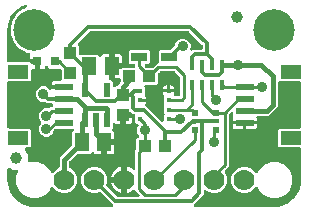
<source format=gbr>
G04 EAGLE Gerber RS-274X export*
G75*
%MOMM*%
%FSLAX34Y34*%
%LPD*%
%INTop Copper*%
%IPPOS*%
%AMOC8*
5,1,8,0,0,1.08239X$1,22.5*%
G01*
%ADD10R,1.240000X1.500000*%
%ADD11R,0.550000X1.200000*%
%ADD12R,1.000000X1.075000*%
%ADD13R,0.450000X0.900000*%
%ADD14R,0.500000X0.500000*%
%ADD15R,0.500000X0.400000*%
%ADD16C,3.516000*%
%ADD17R,1.550000X0.600000*%
%ADD18R,1.800000X1.200000*%
%ADD19C,1.000000*%
%ADD20R,0.800000X0.800000*%
%ADD21R,1.075000X1.000000*%
%ADD22R,1.350000X0.800000*%
%ADD23C,1.778000*%
%ADD24R,0.400000X0.400000*%
%ADD25C,0.406400*%
%ADD26C,0.889000*%
%ADD27C,0.304800*%
%ADD28C,0.254000*%

G36*
X228622Y2543D02*
X228622Y2543D01*
X228700Y2545D01*
X232077Y2810D01*
X232145Y2824D01*
X232214Y2829D01*
X232370Y2869D01*
X238794Y4956D01*
X238901Y5006D01*
X239012Y5050D01*
X239063Y5083D01*
X239082Y5091D01*
X239097Y5104D01*
X239148Y5136D01*
X244612Y9107D01*
X244699Y9188D01*
X244746Y9227D01*
X244752Y9231D01*
X244753Y9232D01*
X244791Y9264D01*
X244829Y9310D01*
X244844Y9324D01*
X244855Y9342D01*
X244893Y9388D01*
X248864Y14852D01*
X248921Y14956D01*
X248985Y15056D01*
X249007Y15113D01*
X249017Y15131D01*
X249022Y15151D01*
X249044Y15206D01*
X251131Y21630D01*
X251144Y21698D01*
X251167Y21764D01*
X251190Y21923D01*
X251455Y25300D01*
X251455Y25304D01*
X251456Y25307D01*
X251455Y25326D01*
X251459Y25400D01*
X251459Y51598D01*
X251444Y51716D01*
X251437Y51835D01*
X251424Y51873D01*
X251419Y51914D01*
X251376Y52024D01*
X251339Y52137D01*
X251317Y52172D01*
X251302Y52209D01*
X251233Y52305D01*
X251169Y52406D01*
X251139Y52434D01*
X251116Y52467D01*
X251024Y52543D01*
X250937Y52624D01*
X250902Y52644D01*
X250871Y52669D01*
X250763Y52720D01*
X250659Y52778D01*
X250619Y52788D01*
X250583Y52805D01*
X250466Y52827D01*
X250351Y52857D01*
X250291Y52861D01*
X250271Y52865D01*
X250250Y52863D01*
X250190Y52867D01*
X232618Y52867D01*
X231427Y54058D01*
X231427Y67742D01*
X232618Y68933D01*
X250190Y68933D01*
X250308Y68948D01*
X250427Y68955D01*
X250465Y68968D01*
X250506Y68973D01*
X250616Y69016D01*
X250729Y69053D01*
X250764Y69075D01*
X250801Y69090D01*
X250897Y69159D01*
X250998Y69223D01*
X251026Y69253D01*
X251059Y69276D01*
X251135Y69368D01*
X251216Y69455D01*
X251236Y69490D01*
X251261Y69521D01*
X251312Y69629D01*
X251370Y69733D01*
X251380Y69773D01*
X251397Y69809D01*
X251419Y69926D01*
X251449Y70041D01*
X251453Y70101D01*
X251457Y70121D01*
X251455Y70142D01*
X251459Y70202D01*
X251459Y107598D01*
X251444Y107716D01*
X251437Y107835D01*
X251424Y107873D01*
X251419Y107914D01*
X251376Y108024D01*
X251339Y108137D01*
X251317Y108172D01*
X251302Y108209D01*
X251233Y108305D01*
X251169Y108406D01*
X251139Y108434D01*
X251116Y108467D01*
X251024Y108543D01*
X250937Y108624D01*
X250902Y108644D01*
X250871Y108669D01*
X250763Y108720D01*
X250659Y108778D01*
X250619Y108788D01*
X250583Y108805D01*
X250466Y108827D01*
X250351Y108857D01*
X250291Y108861D01*
X250271Y108865D01*
X250250Y108863D01*
X250190Y108867D01*
X232664Y108867D01*
X232546Y108852D01*
X232427Y108845D01*
X232389Y108832D01*
X232348Y108827D01*
X232238Y108784D01*
X232125Y108747D01*
X232090Y108725D01*
X232053Y108710D01*
X231957Y108641D01*
X231856Y108577D01*
X231828Y108547D01*
X231795Y108524D01*
X231719Y108432D01*
X231638Y108345D01*
X231618Y108310D01*
X231593Y108279D01*
X231542Y108171D01*
X231484Y108067D01*
X231474Y108027D01*
X231457Y107991D01*
X231435Y107874D01*
X231405Y107759D01*
X231401Y107699D01*
X231397Y107679D01*
X231399Y107658D01*
X231395Y107598D01*
X231395Y87216D01*
X228642Y84464D01*
X226766Y82588D01*
X224014Y79835D01*
X214647Y79835D01*
X214516Y79819D01*
X214384Y79808D01*
X214359Y79799D01*
X214332Y79795D01*
X214209Y79747D01*
X214084Y79703D01*
X214061Y79688D01*
X214036Y79678D01*
X213929Y79601D01*
X213819Y79527D01*
X213801Y79507D01*
X213779Y79492D01*
X213694Y79389D01*
X213606Y79291D01*
X213593Y79267D01*
X213576Y79247D01*
X213520Y79127D01*
X213458Y79009D01*
X213452Y78983D01*
X213441Y78959D01*
X213416Y78829D01*
X213385Y78700D01*
X213386Y78673D01*
X213381Y78647D01*
X213389Y78515D01*
X213392Y78382D01*
X213399Y78356D01*
X213401Y78329D01*
X213441Y78203D01*
X213477Y78076D01*
X213494Y78041D01*
X213499Y78027D01*
X213510Y78008D01*
X213548Y77931D01*
X213578Y77881D01*
X213751Y77234D01*
X213751Y75399D01*
X203690Y75399D01*
X203572Y75384D01*
X203453Y75377D01*
X203446Y75375D01*
X203390Y75389D01*
X203330Y75393D01*
X203310Y75397D01*
X203290Y75395D01*
X203230Y75399D01*
X193169Y75399D01*
X193169Y77234D01*
X193342Y77881D01*
X193718Y78531D01*
X193730Y78545D01*
X193749Y78581D01*
X193773Y78612D01*
X193821Y78722D01*
X193875Y78828D01*
X193884Y78867D01*
X193900Y78904D01*
X193918Y79022D01*
X193945Y79139D01*
X193943Y79178D01*
X193950Y79218D01*
X193939Y79337D01*
X193935Y79457D01*
X193924Y79495D01*
X193920Y79535D01*
X193880Y79647D01*
X193847Y79762D01*
X193826Y79796D01*
X193813Y79834D01*
X193746Y79933D01*
X193685Y80036D01*
X193677Y80045D01*
X193677Y81802D01*
X193660Y81940D01*
X193647Y82079D01*
X193640Y82098D01*
X193637Y82118D01*
X193586Y82247D01*
X193539Y82378D01*
X193528Y82395D01*
X193520Y82413D01*
X193439Y82526D01*
X193361Y82641D01*
X193345Y82654D01*
X193334Y82671D01*
X193226Y82760D01*
X193122Y82852D01*
X193104Y82861D01*
X193089Y82874D01*
X192963Y82933D01*
X192839Y82996D01*
X192819Y83001D01*
X192801Y83009D01*
X192664Y83035D01*
X192529Y83066D01*
X192508Y83065D01*
X192489Y83069D01*
X192350Y83060D01*
X192211Y83056D01*
X192191Y83050D01*
X192171Y83049D01*
X192039Y83006D01*
X191905Y82968D01*
X191888Y82957D01*
X191869Y82951D01*
X191751Y82877D01*
X191631Y82806D01*
X191610Y82788D01*
X191600Y82781D01*
X191586Y82766D01*
X191511Y82700D01*
X190364Y81554D01*
X190304Y81476D01*
X190236Y81403D01*
X190207Y81350D01*
X190170Y81302D01*
X190130Y81212D01*
X190082Y81125D01*
X190067Y81066D01*
X190043Y81011D01*
X190028Y80913D01*
X190003Y80817D01*
X189997Y80717D01*
X189993Y80696D01*
X189995Y80684D01*
X189993Y80656D01*
X189993Y36732D01*
X187686Y34426D01*
X187686Y34425D01*
X186851Y33591D01*
X186779Y33497D01*
X186700Y33407D01*
X186681Y33371D01*
X186656Y33339D01*
X186609Y33230D01*
X186555Y33124D01*
X186546Y33085D01*
X186530Y33048D01*
X186511Y32930D01*
X186485Y32814D01*
X186487Y32773D01*
X186480Y32733D01*
X186491Y32615D01*
X186495Y32496D01*
X186506Y32457D01*
X186510Y32417D01*
X186550Y32305D01*
X186583Y32190D01*
X186604Y32155D01*
X186618Y32118D01*
X186684Y32019D01*
X186745Y31916D01*
X186785Y31871D01*
X186796Y31854D01*
X186812Y31841D01*
X186851Y31796D01*
X187060Y31587D01*
X188723Y27573D01*
X188723Y23227D01*
X187060Y19213D01*
X183987Y16140D01*
X179973Y14477D01*
X175627Y14477D01*
X171613Y16140D01*
X170823Y16929D01*
X170714Y17014D01*
X170607Y17103D01*
X170588Y17112D01*
X170572Y17124D01*
X170445Y17180D01*
X170319Y17239D01*
X170299Y17243D01*
X170280Y17251D01*
X170142Y17273D01*
X170006Y17299D01*
X169986Y17297D01*
X169966Y17301D01*
X169827Y17288D01*
X169689Y17279D01*
X169670Y17273D01*
X169650Y17271D01*
X169518Y17224D01*
X169387Y17181D01*
X169369Y17170D01*
X169350Y17163D01*
X169235Y17085D01*
X169118Y17011D01*
X169104Y16996D01*
X169087Y16985D01*
X168995Y16881D01*
X168900Y16779D01*
X168890Y16761D01*
X168877Y16746D01*
X168814Y16622D01*
X168746Y16501D01*
X168741Y16481D01*
X168732Y16463D01*
X168702Y16327D01*
X168667Y16193D01*
X168665Y16165D01*
X168662Y16153D01*
X168663Y16132D01*
X168657Y16032D01*
X168657Y12497D01*
X160867Y4707D01*
X160782Y4598D01*
X160694Y4491D01*
X160685Y4472D01*
X160672Y4456D01*
X160617Y4328D01*
X160558Y4203D01*
X160554Y4183D01*
X160546Y4164D01*
X160524Y4026D01*
X160498Y3890D01*
X160499Y3870D01*
X160496Y3850D01*
X160509Y3711D01*
X160518Y3573D01*
X160524Y3554D01*
X160526Y3534D01*
X160573Y3402D01*
X160616Y3271D01*
X160627Y3253D01*
X160634Y3234D01*
X160712Y3119D01*
X160786Y3002D01*
X160801Y2988D01*
X160812Y2971D01*
X160917Y2879D01*
X161018Y2784D01*
X161035Y2774D01*
X161051Y2761D01*
X161175Y2697D01*
X161296Y2630D01*
X161316Y2625D01*
X161334Y2616D01*
X161470Y2586D01*
X161604Y2551D01*
X161632Y2549D01*
X161644Y2546D01*
X161665Y2547D01*
X161765Y2541D01*
X228600Y2541D01*
X228622Y2543D01*
G37*
G36*
X91103Y2558D02*
X91103Y2558D01*
X91241Y2571D01*
X91261Y2578D01*
X91281Y2581D01*
X91410Y2632D01*
X91541Y2679D01*
X91558Y2690D01*
X91576Y2698D01*
X91689Y2779D01*
X91804Y2857D01*
X91817Y2873D01*
X91834Y2884D01*
X91922Y2992D01*
X92014Y3096D01*
X92024Y3114D01*
X92036Y3129D01*
X92096Y3255D01*
X92159Y3379D01*
X92163Y3399D01*
X92172Y3417D01*
X92198Y3554D01*
X92229Y3689D01*
X92228Y3710D01*
X92232Y3729D01*
X92223Y3868D01*
X92219Y4007D01*
X92213Y4027D01*
X92212Y4047D01*
X92169Y4179D01*
X92131Y4313D01*
X92120Y4330D01*
X92114Y4349D01*
X92039Y4467D01*
X91969Y4587D01*
X91950Y4608D01*
X91944Y4618D01*
X91929Y4632D01*
X91863Y4707D01*
X90052Y6519D01*
X81603Y14967D01*
X81579Y14985D01*
X81560Y15008D01*
X81454Y15082D01*
X81352Y15162D01*
X81324Y15174D01*
X81300Y15191D01*
X81179Y15237D01*
X81060Y15288D01*
X81031Y15293D01*
X81003Y15304D01*
X80874Y15318D01*
X80746Y15338D01*
X80716Y15336D01*
X80687Y15339D01*
X80558Y15321D01*
X80429Y15309D01*
X80401Y15299D01*
X80372Y15294D01*
X80220Y15242D01*
X78373Y14477D01*
X74027Y14477D01*
X70013Y16140D01*
X66940Y19213D01*
X65277Y23227D01*
X65277Y27573D01*
X66940Y31587D01*
X70013Y34660D01*
X74027Y36323D01*
X78373Y36323D01*
X82387Y34660D01*
X85460Y31587D01*
X87123Y27573D01*
X87123Y23227D01*
X86358Y21380D01*
X86350Y21352D01*
X86336Y21326D01*
X86308Y21199D01*
X86274Y21074D01*
X86273Y21044D01*
X86267Y21015D01*
X86271Y20886D01*
X86269Y20756D01*
X86276Y20727D01*
X86276Y20697D01*
X86313Y20573D01*
X86343Y20446D01*
X86357Y20420D01*
X86365Y20392D01*
X86431Y20280D01*
X86492Y20165D01*
X86511Y20143D01*
X86526Y20118D01*
X86633Y19997D01*
X95081Y11548D01*
X95160Y11488D01*
X95232Y11420D01*
X95285Y11391D01*
X95333Y11354D01*
X95424Y11314D01*
X95510Y11266D01*
X95569Y11251D01*
X95625Y11227D01*
X95723Y11212D01*
X95818Y11187D01*
X95918Y11181D01*
X95939Y11177D01*
X95951Y11179D01*
X95979Y11177D01*
X113168Y11177D01*
X113306Y11194D01*
X113445Y11207D01*
X113464Y11214D01*
X113484Y11217D01*
X113613Y11268D01*
X113744Y11315D01*
X113761Y11326D01*
X113779Y11334D01*
X113892Y11415D01*
X114007Y11493D01*
X114020Y11509D01*
X114037Y11520D01*
X114126Y11628D01*
X114218Y11732D01*
X114227Y11750D01*
X114240Y11765D01*
X114299Y11891D01*
X114362Y12015D01*
X114367Y12035D01*
X114375Y12053D01*
X114401Y12189D01*
X114432Y12325D01*
X114431Y12346D01*
X114435Y12365D01*
X114426Y12504D01*
X114422Y12643D01*
X114416Y12663D01*
X114415Y12683D01*
X114372Y12815D01*
X114334Y12949D01*
X114323Y12966D01*
X114317Y12985D01*
X114243Y13103D01*
X114172Y13223D01*
X114154Y13244D01*
X114147Y13254D01*
X114132Y13268D01*
X114066Y13343D01*
X113304Y14106D01*
X110785Y16624D01*
X110690Y16698D01*
X110600Y16777D01*
X110565Y16795D01*
X110534Y16819D01*
X110424Y16867D01*
X110317Y16921D01*
X110278Y16930D01*
X110242Y16946D01*
X110123Y16964D01*
X110007Y16991D01*
X109967Y16989D01*
X109928Y16996D01*
X109808Y16984D01*
X109689Y16981D01*
X109651Y16969D01*
X109611Y16966D01*
X109498Y16925D01*
X109383Y16892D01*
X109349Y16872D01*
X109312Y16858D01*
X109266Y16827D01*
X109263Y16826D01*
X109143Y16749D01*
X109110Y16730D01*
X109090Y16713D01*
X107591Y15623D01*
X105988Y14807D01*
X104277Y14251D01*
X104099Y14223D01*
X104099Y24170D01*
X104084Y24288D01*
X104077Y24407D01*
X104064Y24445D01*
X104059Y24485D01*
X104016Y24596D01*
X103979Y24709D01*
X103957Y24743D01*
X103942Y24781D01*
X103873Y24877D01*
X103809Y24978D01*
X103779Y25006D01*
X103756Y25038D01*
X103664Y25114D01*
X103577Y25196D01*
X103542Y25215D01*
X103511Y25241D01*
X103403Y25292D01*
X103299Y25349D01*
X103259Y25359D01*
X103223Y25377D01*
X103116Y25397D01*
X103146Y25401D01*
X103256Y25445D01*
X103369Y25481D01*
X103404Y25503D01*
X103441Y25518D01*
X103537Y25588D01*
X103638Y25651D01*
X103666Y25681D01*
X103699Y25705D01*
X103775Y25796D01*
X103856Y25883D01*
X103876Y25918D01*
X103901Y25950D01*
X103952Y26057D01*
X104010Y26162D01*
X104020Y26201D01*
X104037Y26237D01*
X104059Y26354D01*
X104089Y26470D01*
X104093Y26530D01*
X104097Y26550D01*
X104095Y26570D01*
X104097Y26576D01*
X104096Y26583D01*
X104099Y26630D01*
X104099Y36577D01*
X104277Y36549D01*
X105988Y35993D01*
X107591Y35176D01*
X108501Y34515D01*
X108982Y34166D01*
X109017Y34147D01*
X109047Y34121D01*
X109156Y34070D01*
X109261Y34013D01*
X109299Y34003D01*
X109335Y33986D01*
X109452Y33963D01*
X109569Y33933D01*
X109609Y33933D01*
X109648Y33926D01*
X109767Y33933D01*
X109887Y33933D01*
X109925Y33943D01*
X109965Y33946D01*
X110079Y33983D01*
X110195Y34012D01*
X110230Y34031D01*
X110267Y34044D01*
X110369Y34108D01*
X110473Y34165D01*
X110502Y34193D01*
X110536Y34214D01*
X110618Y34301D01*
X110705Y34383D01*
X110727Y34417D01*
X110754Y34446D01*
X110812Y34550D01*
X110876Y34651D01*
X110888Y34689D01*
X110908Y34724D01*
X110937Y34840D01*
X110975Y34954D01*
X110977Y34993D01*
X110987Y35032D01*
X110997Y35193D01*
X110997Y50762D01*
X111228Y50993D01*
X111289Y51072D01*
X111357Y51144D01*
X111386Y51197D01*
X111423Y51245D01*
X111463Y51335D01*
X111511Y51422D01*
X111526Y51481D01*
X111550Y51536D01*
X111565Y51634D01*
X111590Y51730D01*
X111596Y51830D01*
X111600Y51850D01*
X111598Y51863D01*
X111600Y51891D01*
X111600Y59944D01*
X112791Y61135D01*
X112949Y61135D01*
X113087Y61152D01*
X113226Y61165D01*
X113245Y61172D01*
X113265Y61175D01*
X113394Y61226D01*
X113525Y61273D01*
X113542Y61284D01*
X113560Y61292D01*
X113673Y61373D01*
X113788Y61451D01*
X113801Y61467D01*
X113818Y61478D01*
X113907Y61586D01*
X113998Y61690D01*
X114008Y61708D01*
X114021Y61723D01*
X114080Y61849D01*
X114143Y61973D01*
X114147Y61993D01*
X114156Y62011D01*
X114182Y62147D01*
X114213Y62283D01*
X114212Y62304D01*
X114216Y62323D01*
X114207Y62462D01*
X114203Y62601D01*
X114197Y62621D01*
X114196Y62641D01*
X114153Y62773D01*
X114115Y62907D01*
X114104Y62924D01*
X114098Y62943D01*
X114024Y63061D01*
X113953Y63181D01*
X113934Y63202D01*
X113928Y63212D01*
X113913Y63226D01*
X113847Y63302D01*
X113507Y63641D01*
X112521Y66021D01*
X112521Y68599D01*
X113563Y71112D01*
X113576Y71160D01*
X113597Y71205D01*
X113617Y71313D01*
X113646Y71419D01*
X113647Y71469D01*
X113657Y71518D01*
X113650Y71627D01*
X113652Y71737D01*
X113640Y71785D01*
X113637Y71835D01*
X113603Y71939D01*
X113577Y72046D01*
X113554Y72090D01*
X113539Y72137D01*
X113480Y72230D01*
X113429Y72327D01*
X113395Y72364D01*
X113369Y72406D01*
X113289Y72481D01*
X113215Y72563D01*
X113173Y72590D01*
X113137Y72624D01*
X113041Y72677D01*
X112949Y72737D01*
X112902Y72754D01*
X112859Y72778D01*
X112752Y72805D01*
X112648Y72841D01*
X112599Y72845D01*
X112551Y72857D01*
X112390Y72867D01*
X112158Y72867D01*
X110967Y74058D01*
X110967Y80074D01*
X110952Y80192D01*
X110945Y80311D01*
X110933Y80349D01*
X110927Y80390D01*
X110884Y80500D01*
X110847Y80613D01*
X110825Y80648D01*
X110810Y80685D01*
X110741Y80781D01*
X110677Y80882D01*
X110647Y80910D01*
X110624Y80943D01*
X110532Y81019D01*
X110445Y81100D01*
X110410Y81120D01*
X110379Y81145D01*
X110271Y81196D01*
X110167Y81254D01*
X110127Y81264D01*
X110091Y81281D01*
X109974Y81303D01*
X109859Y81333D01*
X109799Y81337D01*
X109779Y81341D01*
X109758Y81339D01*
X109698Y81343D01*
X108873Y81343D01*
X107435Y82782D01*
X107356Y82842D01*
X107284Y82910D01*
X107231Y82939D01*
X107183Y82976D01*
X107092Y83016D01*
X107006Y83064D01*
X106947Y83079D01*
X106891Y83103D01*
X106793Y83118D01*
X106698Y83143D01*
X106598Y83149D01*
X106577Y83153D01*
X106565Y83151D01*
X106537Y83153D01*
X101560Y83153D01*
X101442Y83138D01*
X101323Y83131D01*
X101285Y83118D01*
X101245Y83113D01*
X101134Y83070D01*
X101021Y83033D01*
X100987Y83011D01*
X100949Y82996D01*
X100853Y82927D01*
X100752Y82863D01*
X100724Y82833D01*
X100692Y82810D01*
X100616Y82718D01*
X100534Y82631D01*
X100515Y82596D01*
X100489Y82565D01*
X100438Y82457D01*
X100381Y82353D01*
X100371Y82313D01*
X100353Y82277D01*
X100331Y82160D01*
X100301Y82045D01*
X100297Y81985D01*
X100294Y81965D01*
X100295Y81944D01*
X100291Y81884D01*
X100291Y80693D01*
X99100Y80693D01*
X98982Y80678D01*
X98863Y80671D01*
X98825Y80658D01*
X98784Y80653D01*
X98674Y80609D01*
X98561Y80573D01*
X98526Y80551D01*
X98489Y80536D01*
X98392Y80466D01*
X98292Y80403D01*
X98264Y80373D01*
X98231Y80349D01*
X98155Y80258D01*
X98074Y80171D01*
X98054Y80136D01*
X98029Y80104D01*
X97978Y79997D01*
X97920Y79892D01*
X97910Y79853D01*
X97893Y79817D01*
X97871Y79700D01*
X97841Y79584D01*
X97837Y79524D01*
X97833Y79504D01*
X97835Y79484D01*
X97831Y79424D01*
X97831Y72738D01*
X94996Y72738D01*
X94349Y72911D01*
X93657Y73311D01*
X93535Y73363D01*
X93415Y73419D01*
X93388Y73424D01*
X93363Y73435D01*
X93232Y73454D01*
X93102Y73479D01*
X93076Y73477D01*
X93049Y73481D01*
X92917Y73467D01*
X92785Y73459D01*
X92759Y73451D01*
X92733Y73448D01*
X92609Y73402D01*
X92483Y73361D01*
X92460Y73347D01*
X92434Y73337D01*
X92326Y73262D01*
X92214Y73191D01*
X92195Y73171D01*
X92173Y73156D01*
X92087Y73056D01*
X91996Y72959D01*
X91983Y72936D01*
X91965Y72915D01*
X91906Y72797D01*
X91842Y72681D01*
X91836Y72655D01*
X91824Y72630D01*
X91796Y72501D01*
X91763Y72373D01*
X91761Y72335D01*
X91757Y72319D01*
X91758Y72298D01*
X91753Y72212D01*
X91753Y69057D01*
X91577Y68882D01*
X91500Y68782D01*
X91418Y68687D01*
X91403Y68657D01*
X91382Y68630D01*
X91333Y68515D01*
X91277Y68402D01*
X91269Y68370D01*
X91256Y68339D01*
X91236Y68214D01*
X91210Y68091D01*
X91212Y68058D01*
X91206Y68025D01*
X91218Y67899D01*
X91223Y67774D01*
X91233Y67742D01*
X91236Y67708D01*
X91279Y67589D01*
X91315Y67469D01*
X91332Y67440D01*
X91344Y67409D01*
X91414Y67305D01*
X91479Y67197D01*
X91503Y67173D01*
X91522Y67145D01*
X91616Y67062D01*
X91706Y66974D01*
X91747Y66947D01*
X91761Y66935D01*
X91780Y66925D01*
X91840Y66885D01*
X92190Y66683D01*
X92663Y66210D01*
X92998Y65631D01*
X93171Y64984D01*
X93171Y59689D01*
X85700Y59689D01*
X85582Y59674D01*
X85463Y59667D01*
X85425Y59654D01*
X85385Y59649D01*
X85274Y59605D01*
X85161Y59569D01*
X85126Y59547D01*
X85089Y59532D01*
X84993Y59462D01*
X84892Y59399D01*
X84864Y59369D01*
X84832Y59345D01*
X84756Y59254D01*
X84674Y59167D01*
X84655Y59132D01*
X84629Y59100D01*
X84578Y58993D01*
X84521Y58889D01*
X84510Y58849D01*
X84493Y58813D01*
X84471Y58696D01*
X84441Y58581D01*
X84437Y58520D01*
X84433Y58500D01*
X84435Y58480D01*
X84434Y58472D01*
X84433Y58468D01*
X84434Y58464D01*
X84431Y58420D01*
X84431Y57149D01*
X83160Y57149D01*
X83042Y57134D01*
X82923Y57127D01*
X82885Y57114D01*
X82845Y57109D01*
X82734Y57065D01*
X82621Y57029D01*
X82586Y57007D01*
X82549Y56992D01*
X82453Y56922D01*
X82352Y56859D01*
X82324Y56829D01*
X82291Y56805D01*
X82216Y56714D01*
X82134Y56627D01*
X82114Y56592D01*
X82089Y56560D01*
X82038Y56453D01*
X81980Y56349D01*
X81970Y56309D01*
X81953Y56273D01*
X81931Y56156D01*
X81901Y56041D01*
X81897Y55980D01*
X81893Y55960D01*
X81895Y55940D01*
X81894Y55934D01*
X81893Y55930D01*
X81894Y55925D01*
X81891Y55880D01*
X81891Y47109D01*
X77896Y47109D01*
X77249Y47282D01*
X76670Y47617D01*
X76197Y48090D01*
X75834Y48719D01*
X75758Y48819D01*
X75687Y48923D01*
X75662Y48946D01*
X75641Y48973D01*
X75543Y49051D01*
X75449Y49134D01*
X75419Y49149D01*
X75392Y49170D01*
X75277Y49221D01*
X75165Y49279D01*
X75132Y49286D01*
X75102Y49300D01*
X74977Y49321D01*
X74855Y49348D01*
X74821Y49347D01*
X74788Y49353D01*
X74663Y49342D01*
X74537Y49339D01*
X74505Y49329D01*
X74471Y49326D01*
X74352Y49285D01*
X74232Y49250D01*
X74203Y49233D01*
X74171Y49222D01*
X74066Y49152D01*
X73958Y49089D01*
X73921Y49056D01*
X73906Y49046D01*
X73891Y49030D01*
X73837Y48982D01*
X72472Y47617D01*
X62171Y47617D01*
X62073Y47605D01*
X61974Y47602D01*
X61916Y47585D01*
X61856Y47577D01*
X61764Y47541D01*
X61669Y47513D01*
X61617Y47483D01*
X61560Y47460D01*
X61480Y47402D01*
X61395Y47352D01*
X61319Y47286D01*
X61303Y47274D01*
X61295Y47264D01*
X61274Y47246D01*
X55236Y41208D01*
X55176Y41130D01*
X55108Y41058D01*
X55079Y41005D01*
X55042Y40957D01*
X55002Y40866D01*
X54954Y40779D01*
X54939Y40721D01*
X54915Y40665D01*
X54900Y40567D01*
X54875Y40471D01*
X54869Y40371D01*
X54865Y40351D01*
X54867Y40339D01*
X54865Y40311D01*
X54865Y36387D01*
X54868Y36358D01*
X54866Y36328D01*
X54888Y36200D01*
X54905Y36072D01*
X54915Y36044D01*
X54920Y36015D01*
X54974Y35896D01*
X55022Y35776D01*
X55039Y35752D01*
X55051Y35725D01*
X55132Y35624D01*
X55208Y35519D01*
X55231Y35500D01*
X55250Y35477D01*
X55354Y35398D01*
X55453Y35316D01*
X55480Y35303D01*
X55504Y35285D01*
X55648Y35214D01*
X56987Y34660D01*
X60060Y31587D01*
X61723Y27573D01*
X61723Y23227D01*
X60060Y19213D01*
X56987Y16140D01*
X52973Y14477D01*
X48627Y14477D01*
X44613Y16140D01*
X41489Y19264D01*
X41476Y19289D01*
X41462Y19304D01*
X41452Y19321D01*
X41355Y19422D01*
X41262Y19524D01*
X41245Y19535D01*
X41231Y19550D01*
X41112Y19623D01*
X40996Y19699D01*
X40977Y19706D01*
X40960Y19716D01*
X40827Y19757D01*
X40695Y19802D01*
X40675Y19804D01*
X40656Y19810D01*
X40517Y19816D01*
X40378Y19828D01*
X40358Y19824D01*
X40338Y19825D01*
X40202Y19797D01*
X40065Y19773D01*
X40046Y19765D01*
X40027Y19761D01*
X39902Y19700D01*
X39775Y19643D01*
X39759Y19630D01*
X39741Y19621D01*
X39635Y19531D01*
X39526Y19444D01*
X39514Y19428D01*
X39499Y19415D01*
X39419Y19301D01*
X39335Y19190D01*
X39323Y19165D01*
X39316Y19155D01*
X39309Y19136D01*
X39264Y19045D01*
X38320Y16767D01*
X34033Y12480D01*
X28432Y10159D01*
X22368Y10159D01*
X16767Y12480D01*
X12480Y16767D01*
X10159Y22368D01*
X10159Y28432D01*
X11662Y32059D01*
X11675Y32107D01*
X11696Y32152D01*
X11717Y32260D01*
X11746Y32366D01*
X11747Y32416D01*
X11756Y32465D01*
X11749Y32574D01*
X11751Y32684D01*
X11739Y32732D01*
X11736Y32782D01*
X11702Y32886D01*
X11677Y32993D01*
X11653Y33037D01*
X11638Y33084D01*
X11579Y33177D01*
X11528Y33274D01*
X11495Y33311D01*
X11468Y33353D01*
X11388Y33428D01*
X11314Y33510D01*
X11273Y33537D01*
X11236Y33571D01*
X11140Y33624D01*
X11048Y33684D01*
X11001Y33701D01*
X10958Y33725D01*
X10852Y33752D01*
X10748Y33788D01*
X10698Y33792D01*
X10650Y33804D01*
X10489Y33814D01*
X7480Y33814D01*
X4445Y35567D01*
X4322Y35618D01*
X4203Y35675D01*
X4176Y35680D01*
X4151Y35690D01*
X4020Y35710D01*
X3890Y35734D01*
X3864Y35733D01*
X3837Y35737D01*
X3705Y35723D01*
X3573Y35715D01*
X3547Y35706D01*
X3521Y35704D01*
X3396Y35657D01*
X3271Y35617D01*
X3248Y35602D01*
X3222Y35593D01*
X3114Y35517D01*
X3002Y35447D01*
X2983Y35427D01*
X2961Y35411D01*
X2875Y35312D01*
X2784Y35215D01*
X2771Y35191D01*
X2753Y35171D01*
X2694Y35052D01*
X2630Y34936D01*
X2624Y34910D01*
X2612Y34886D01*
X2584Y34756D01*
X2551Y34628D01*
X2549Y34590D01*
X2545Y34575D01*
X2546Y34553D01*
X2541Y34468D01*
X2541Y25400D01*
X2543Y25378D01*
X2545Y25300D01*
X2810Y21923D01*
X2824Y21855D01*
X2829Y21786D01*
X2869Y21630D01*
X4956Y15206D01*
X5006Y15099D01*
X5050Y14988D01*
X5083Y14937D01*
X5091Y14918D01*
X5104Y14903D01*
X5136Y14852D01*
X9107Y9388D01*
X9127Y9366D01*
X9138Y9348D01*
X9184Y9305D01*
X9188Y9301D01*
X9264Y9209D01*
X9310Y9171D01*
X9324Y9156D01*
X9342Y9145D01*
X9388Y9107D01*
X14852Y5136D01*
X14956Y5079D01*
X15056Y5015D01*
X15113Y4993D01*
X15131Y4983D01*
X15151Y4978D01*
X15206Y4956D01*
X21630Y2869D01*
X21698Y2856D01*
X21764Y2833D01*
X21923Y2810D01*
X25300Y2545D01*
X25322Y2546D01*
X25400Y2541D01*
X90965Y2541D01*
X91103Y2558D01*
G37*
G36*
X40516Y30976D02*
X40516Y30976D01*
X40536Y30975D01*
X40672Y31003D01*
X40809Y31027D01*
X40827Y31035D01*
X40847Y31039D01*
X40973Y31101D01*
X41099Y31158D01*
X41115Y31170D01*
X41133Y31179D01*
X41239Y31270D01*
X41347Y31356D01*
X41360Y31372D01*
X41375Y31385D01*
X41455Y31499D01*
X41464Y31511D01*
X44613Y34660D01*
X45952Y35214D01*
X45977Y35229D01*
X46005Y35238D01*
X46115Y35308D01*
X46228Y35372D01*
X46249Y35393D01*
X46274Y35408D01*
X46363Y35503D01*
X46456Y35593D01*
X46472Y35618D01*
X46492Y35640D01*
X46555Y35754D01*
X46623Y35864D01*
X46631Y35893D01*
X46646Y35918D01*
X46678Y36044D01*
X46716Y36168D01*
X46718Y36198D01*
X46725Y36226D01*
X46735Y36387D01*
X46735Y44204D01*
X56826Y54294D01*
X56886Y54372D01*
X56954Y54444D01*
X56983Y54497D01*
X57020Y54545D01*
X57060Y54636D01*
X57108Y54723D01*
X57123Y54781D01*
X57147Y54837D01*
X57162Y54935D01*
X57187Y55031D01*
X57193Y55131D01*
X57197Y55151D01*
X57195Y55163D01*
X57197Y55191D01*
X57197Y65492D01*
X58406Y66701D01*
X58491Y66810D01*
X58580Y66917D01*
X58588Y66936D01*
X58601Y66952D01*
X58656Y67080D01*
X58715Y67205D01*
X58719Y67225D01*
X58727Y67244D01*
X58749Y67382D01*
X58775Y67518D01*
X58774Y67538D01*
X58777Y67558D01*
X58764Y67697D01*
X58755Y67835D01*
X58749Y67854D01*
X58747Y67874D01*
X58700Y68006D01*
X58657Y68137D01*
X58646Y68155D01*
X58640Y68174D01*
X58561Y68289D01*
X58487Y68406D01*
X58472Y68420D01*
X58461Y68437D01*
X58357Y68529D01*
X58255Y68624D01*
X58238Y68634D01*
X58223Y68647D01*
X58098Y68711D01*
X57977Y68778D01*
X57957Y68783D01*
X57939Y68792D01*
X57803Y68822D01*
X57669Y68857D01*
X57641Y68859D01*
X57629Y68862D01*
X57609Y68861D01*
X57508Y68867D01*
X43584Y68867D01*
X43486Y68855D01*
X43387Y68852D01*
X43328Y68835D01*
X43268Y68827D01*
X43176Y68791D01*
X43081Y68763D01*
X43029Y68733D01*
X42973Y68710D01*
X42893Y68652D01*
X42807Y68602D01*
X42732Y68536D01*
X42715Y68524D01*
X42707Y68514D01*
X42686Y68496D01*
X42409Y68219D01*
X42349Y68140D01*
X42281Y68068D01*
X42252Y68015D01*
X42215Y67967D01*
X42175Y67876D01*
X42127Y67790D01*
X42112Y67731D01*
X42088Y67676D01*
X42073Y67578D01*
X42048Y67482D01*
X42042Y67382D01*
X42038Y67361D01*
X42040Y67349D01*
X42038Y67321D01*
X42038Y67291D01*
X41052Y64911D01*
X39229Y63088D01*
X36849Y62102D01*
X34271Y62102D01*
X31891Y63088D01*
X30068Y64911D01*
X29082Y67291D01*
X29082Y69869D01*
X30068Y72249D01*
X30963Y73144D01*
X31036Y73238D01*
X31114Y73327D01*
X31133Y73363D01*
X31158Y73395D01*
X31205Y73504D01*
X31259Y73610D01*
X31268Y73649D01*
X31284Y73687D01*
X31303Y73804D01*
X31329Y73920D01*
X31327Y73961D01*
X31334Y74001D01*
X31323Y74119D01*
X31319Y74238D01*
X31308Y74277D01*
X31304Y74317D01*
X31264Y74429D01*
X31231Y74544D01*
X31210Y74579D01*
X31196Y74617D01*
X31129Y74715D01*
X31069Y74818D01*
X31029Y74863D01*
X31018Y74880D01*
X31002Y74893D01*
X30963Y74939D01*
X30068Y75833D01*
X29082Y78213D01*
X29082Y80791D01*
X30068Y83171D01*
X31891Y84994D01*
X34271Y85980D01*
X36909Y85980D01*
X36911Y85979D01*
X37037Y85945D01*
X37066Y85944D01*
X37095Y85938D01*
X37225Y85942D01*
X37355Y85940D01*
X37383Y85947D01*
X37413Y85948D01*
X37538Y85984D01*
X37664Y86014D01*
X37690Y86028D01*
X37718Y86036D01*
X37830Y86102D01*
X37945Y86163D01*
X37967Y86183D01*
X37992Y86198D01*
X38113Y86304D01*
X39012Y87203D01*
X39692Y87203D01*
X39790Y87215D01*
X39889Y87218D01*
X39948Y87235D01*
X40008Y87243D01*
X40100Y87279D01*
X40195Y87307D01*
X40247Y87337D01*
X40303Y87360D01*
X40384Y87418D01*
X40469Y87468D01*
X40544Y87534D01*
X40561Y87546D01*
X40569Y87556D01*
X40590Y87574D01*
X41018Y88003D01*
X41091Y88097D01*
X41170Y88186D01*
X41188Y88222D01*
X41213Y88254D01*
X41260Y88363D01*
X41314Y88469D01*
X41323Y88508D01*
X41339Y88546D01*
X41358Y88664D01*
X41384Y88779D01*
X41383Y88820D01*
X41389Y88860D01*
X41378Y88979D01*
X41374Y89097D01*
X41363Y89136D01*
X41359Y89176D01*
X41319Y89288D01*
X41286Y89403D01*
X41265Y89438D01*
X41252Y89476D01*
X41185Y89574D01*
X41124Y89677D01*
X41084Y89722D01*
X41073Y89739D01*
X41058Y89752D01*
X41018Y89798D01*
X40844Y89972D01*
X40766Y90032D01*
X40693Y90100D01*
X40640Y90129D01*
X40592Y90167D01*
X40501Y90206D01*
X40415Y90254D01*
X40356Y90269D01*
X40301Y90293D01*
X40203Y90308D01*
X40107Y90333D01*
X40007Y90339D01*
X39986Y90343D01*
X39974Y90341D01*
X39946Y90343D01*
X35691Y90343D01*
X34840Y91195D01*
X34761Y91255D01*
X34689Y91323D01*
X34636Y91352D01*
X34588Y91389D01*
X34497Y91429D01*
X34411Y91477D01*
X34352Y91492D01*
X34296Y91516D01*
X34198Y91531D01*
X34103Y91556D01*
X34003Y91562D01*
X33982Y91566D01*
X33970Y91564D01*
X33942Y91566D01*
X31731Y91566D01*
X29351Y92552D01*
X27528Y94375D01*
X26542Y96755D01*
X26542Y99333D01*
X27528Y101713D01*
X29351Y103536D01*
X31731Y104522D01*
X34309Y104522D01*
X36689Y103536D01*
X38083Y102142D01*
X38192Y102057D01*
X38299Y101968D01*
X38318Y101960D01*
X38334Y101947D01*
X38462Y101892D01*
X38587Y101833D01*
X38607Y101829D01*
X38626Y101821D01*
X38764Y101799D01*
X38900Y101773D01*
X38920Y101774D01*
X38940Y101771D01*
X39079Y101784D01*
X39217Y101793D01*
X39236Y101799D01*
X39256Y101801D01*
X39388Y101848D01*
X39519Y101891D01*
X39537Y101902D01*
X39556Y101909D01*
X39671Y101987D01*
X39788Y102061D01*
X39802Y102076D01*
X39819Y102087D01*
X39911Y102192D01*
X40006Y102293D01*
X40016Y102310D01*
X40029Y102326D01*
X40068Y102401D01*
X50310Y102401D01*
X50428Y102416D01*
X50547Y102423D01*
X50585Y102435D01*
X50625Y102441D01*
X50736Y102484D01*
X50849Y102521D01*
X50883Y102543D01*
X50921Y102558D01*
X51017Y102627D01*
X51118Y102691D01*
X51146Y102721D01*
X51178Y102744D01*
X51254Y102836D01*
X51336Y102923D01*
X51355Y102958D01*
X51381Y102989D01*
X51432Y103097D01*
X51489Y103201D01*
X51499Y103241D01*
X51517Y103277D01*
X51539Y103394D01*
X51569Y103509D01*
X51573Y103569D01*
X51576Y103589D01*
X51575Y103610D01*
X51579Y103670D01*
X51579Y104130D01*
X51564Y104248D01*
X51557Y104367D01*
X51544Y104405D01*
X51539Y104446D01*
X51495Y104556D01*
X51459Y104669D01*
X51437Y104704D01*
X51422Y104741D01*
X51352Y104837D01*
X51289Y104938D01*
X51259Y104966D01*
X51235Y104999D01*
X51144Y105075D01*
X51057Y105156D01*
X51022Y105176D01*
X50990Y105201D01*
X50883Y105252D01*
X50778Y105310D01*
X50739Y105320D01*
X50703Y105337D01*
X50586Y105359D01*
X50470Y105389D01*
X50410Y105393D01*
X50390Y105397D01*
X50370Y105395D01*
X50310Y105399D01*
X40249Y105399D01*
X40249Y107234D01*
X40422Y107881D01*
X40757Y108460D01*
X41230Y108933D01*
X41809Y109268D01*
X42456Y109441D01*
X47578Y109441D01*
X47696Y109456D01*
X47815Y109463D01*
X47853Y109476D01*
X47894Y109481D01*
X48004Y109524D01*
X48117Y109561D01*
X48152Y109583D01*
X48189Y109598D01*
X48285Y109667D01*
X48386Y109731D01*
X48414Y109761D01*
X48447Y109784D01*
X48523Y109876D01*
X48604Y109963D01*
X48624Y109998D01*
X48649Y110029D01*
X48700Y110137D01*
X48758Y110241D01*
X48768Y110281D01*
X48785Y110317D01*
X48807Y110434D01*
X48837Y110549D01*
X48841Y110609D01*
X48845Y110629D01*
X48843Y110650D01*
X48847Y110710D01*
X48847Y117796D01*
X48835Y117894D01*
X48832Y117993D01*
X48815Y118052D01*
X48807Y118112D01*
X48771Y118204D01*
X48743Y118299D01*
X48713Y118351D01*
X48690Y118407D01*
X48632Y118487D01*
X48582Y118573D01*
X48516Y118648D01*
X48504Y118665D01*
X48494Y118673D01*
X48476Y118694D01*
X47844Y119326D01*
X47765Y119386D01*
X47693Y119454D01*
X47640Y119483D01*
X47592Y119520D01*
X47501Y119560D01*
X47415Y119608D01*
X47356Y119623D01*
X47301Y119647D01*
X47203Y119662D01*
X47107Y119687D01*
X47007Y119693D01*
X46986Y119697D01*
X46974Y119695D01*
X46946Y119697D01*
X38218Y119697D01*
X37016Y120899D01*
X37008Y120962D01*
X36991Y121113D01*
X36988Y121119D01*
X36987Y121126D01*
X36931Y121269D01*
X36877Y121410D01*
X36873Y121416D01*
X36870Y121422D01*
X36781Y121546D01*
X36693Y121669D01*
X36688Y121674D01*
X36684Y121679D01*
X36565Y121777D01*
X36450Y121875D01*
X36444Y121878D01*
X36439Y121882D01*
X36301Y121947D01*
X36164Y122013D01*
X36157Y122015D01*
X36151Y122018D01*
X36003Y122046D01*
X35852Y122076D01*
X35845Y122076D01*
X35839Y122077D01*
X35687Y122068D01*
X35534Y122060D01*
X35528Y122058D01*
X35521Y122058D01*
X35377Y122011D01*
X35231Y121965D01*
X35225Y121962D01*
X35219Y121960D01*
X35090Y121878D01*
X34960Y121798D01*
X34956Y121793D01*
X34950Y121789D01*
X34845Y121678D01*
X34740Y121569D01*
X34737Y121563D01*
X34732Y121558D01*
X34658Y121424D01*
X34583Y121292D01*
X34581Y121283D01*
X34578Y121279D01*
X34576Y121269D01*
X34532Y121139D01*
X34428Y120749D01*
X34093Y120170D01*
X33620Y119697D01*
X33041Y119362D01*
X32394Y119189D01*
X30059Y119189D01*
X30059Y125000D01*
X30044Y125118D01*
X30037Y125237D01*
X30024Y125275D01*
X30019Y125315D01*
X29976Y125426D01*
X29939Y125539D01*
X29917Y125573D01*
X29902Y125611D01*
X29833Y125707D01*
X29769Y125808D01*
X29739Y125836D01*
X29716Y125868D01*
X29624Y125944D01*
X29537Y126026D01*
X29502Y126045D01*
X29471Y126071D01*
X29363Y126122D01*
X29259Y126179D01*
X29219Y126189D01*
X29183Y126207D01*
X29066Y126229D01*
X28951Y126259D01*
X28891Y126263D01*
X28871Y126266D01*
X28850Y126265D01*
X28790Y126269D01*
X28599Y126269D01*
X28599Y126460D01*
X28584Y126578D01*
X28577Y126697D01*
X28564Y126735D01*
X28559Y126776D01*
X28515Y126886D01*
X28479Y126999D01*
X28457Y127034D01*
X28442Y127071D01*
X28372Y127167D01*
X28309Y127268D01*
X28279Y127296D01*
X28255Y127329D01*
X28164Y127405D01*
X28077Y127486D01*
X28042Y127506D01*
X28010Y127531D01*
X27903Y127582D01*
X27798Y127640D01*
X27759Y127650D01*
X27723Y127667D01*
X27606Y127689D01*
X27490Y127719D01*
X27430Y127723D01*
X27410Y127727D01*
X27390Y127725D01*
X27330Y127729D01*
X21519Y127729D01*
X21519Y130064D01*
X21692Y130711D01*
X21899Y131068D01*
X21916Y131108D01*
X21939Y131144D01*
X21977Y131254D01*
X22022Y131362D01*
X22028Y131404D01*
X22042Y131445D01*
X22052Y131561D01*
X22069Y131676D01*
X22064Y131719D01*
X22068Y131762D01*
X22048Y131877D01*
X22036Y131992D01*
X22021Y132033D01*
X22013Y132075D01*
X21965Y132181D01*
X21925Y132291D01*
X21900Y132326D01*
X21883Y132365D01*
X21810Y132456D01*
X21743Y132552D01*
X21711Y132580D01*
X21684Y132613D01*
X21591Y132683D01*
X21503Y132760D01*
X21464Y132779D01*
X21430Y132805D01*
X21285Y132876D01*
X20951Y133014D01*
X20852Y133041D01*
X20757Y133077D01*
X20665Y133092D01*
X20644Y133098D01*
X20631Y133098D01*
X20598Y133104D01*
X19179Y133253D01*
X16215Y134964D01*
X16213Y134965D01*
X16210Y134967D01*
X16066Y135038D01*
X14290Y135773D01*
X13693Y136370D01*
X13626Y136422D01*
X13565Y136483D01*
X13451Y136558D01*
X13442Y136565D01*
X13438Y136567D01*
X13431Y136572D01*
X11929Y137439D01*
X10139Y139903D01*
X10126Y139917D01*
X10116Y139933D01*
X10009Y140054D01*
X8773Y141290D01*
X8357Y142296D01*
X8322Y142356D01*
X8297Y142420D01*
X8211Y142556D01*
X7008Y144211D01*
X6447Y146849D01*
X6436Y146883D01*
X6431Y146919D01*
X6379Y147071D01*
X5787Y148499D01*
X5787Y149822D01*
X5781Y149874D01*
X5783Y149926D01*
X5760Y150086D01*
X5268Y152400D01*
X5760Y154714D01*
X5764Y154767D01*
X5777Y154817D01*
X5787Y154978D01*
X5787Y156301D01*
X6379Y157729D01*
X6388Y157763D01*
X6404Y157795D01*
X6447Y157951D01*
X7008Y160589D01*
X8211Y162244D01*
X8244Y162305D01*
X8286Y162360D01*
X8357Y162504D01*
X8773Y163510D01*
X10009Y164746D01*
X10021Y164761D01*
X10036Y164773D01*
X10139Y164897D01*
X11929Y167361D01*
X13431Y168228D01*
X13499Y168280D01*
X13573Y168324D01*
X13675Y168414D01*
X13684Y168421D01*
X13687Y168424D01*
X13693Y168430D01*
X14290Y169027D01*
X16066Y169762D01*
X16068Y169764D01*
X16071Y169764D01*
X16215Y169836D01*
X18972Y171428D01*
X18993Y171444D01*
X19017Y171455D01*
X19119Y171540D01*
X19225Y171620D01*
X19242Y171641D01*
X19262Y171658D01*
X19340Y171765D01*
X19423Y171869D01*
X19434Y171893D01*
X19449Y171915D01*
X19498Y172038D01*
X19552Y172159D01*
X19557Y172186D01*
X19566Y172211D01*
X19583Y172342D01*
X19605Y172473D01*
X19603Y172500D01*
X19606Y172526D01*
X19590Y172658D01*
X19579Y172790D01*
X19570Y172815D01*
X19567Y172842D01*
X19518Y172965D01*
X19474Y173090D01*
X19460Y173113D01*
X19450Y173137D01*
X19372Y173245D01*
X19299Y173355D01*
X19279Y173373D01*
X19263Y173395D01*
X19161Y173480D01*
X19062Y173568D01*
X19039Y173581D01*
X19018Y173598D01*
X18898Y173655D01*
X18781Y173716D01*
X18755Y173722D01*
X18731Y173733D01*
X18600Y173758D01*
X18471Y173789D01*
X18445Y173788D01*
X18418Y173793D01*
X18286Y173785D01*
X18153Y173783D01*
X18128Y173775D01*
X18101Y173774D01*
X17945Y173734D01*
X15206Y172844D01*
X15099Y172794D01*
X14988Y172750D01*
X14937Y172717D01*
X14918Y172709D01*
X14903Y172696D01*
X14852Y172664D01*
X9388Y168693D01*
X9301Y168612D01*
X9209Y168536D01*
X9171Y168490D01*
X9156Y168476D01*
X9145Y168458D01*
X9107Y168412D01*
X5136Y162948D01*
X5079Y162844D01*
X5015Y162744D01*
X4993Y162687D01*
X4983Y162669D01*
X4978Y162649D01*
X4956Y162594D01*
X2869Y156170D01*
X2856Y156102D01*
X2833Y156036D01*
X2810Y155877D01*
X2545Y152500D01*
X2546Y152478D01*
X2541Y152400D01*
X2541Y126202D01*
X2556Y126084D01*
X2563Y125965D01*
X2576Y125927D01*
X2581Y125886D01*
X2624Y125776D01*
X2661Y125663D01*
X2683Y125628D01*
X2698Y125591D01*
X2767Y125495D01*
X2831Y125394D01*
X2861Y125366D01*
X2884Y125333D01*
X2976Y125257D01*
X3063Y125176D01*
X3098Y125156D01*
X3129Y125131D01*
X3237Y125080D01*
X3341Y125022D01*
X3381Y125012D01*
X3417Y124995D01*
X3534Y124973D01*
X3649Y124943D01*
X3709Y124939D01*
X3729Y124935D01*
X3750Y124937D01*
X3810Y124933D01*
X21382Y124933D01*
X22212Y124102D01*
X22291Y124042D01*
X22363Y123974D01*
X22416Y123945D01*
X22464Y123908D01*
X22555Y123868D01*
X22641Y123820D01*
X22700Y123805D01*
X22755Y123781D01*
X22853Y123766D01*
X22949Y123741D01*
X23049Y123735D01*
X23069Y123731D01*
X23082Y123732D01*
X23110Y123731D01*
X26061Y123731D01*
X26061Y119189D01*
X23842Y119189D01*
X23724Y119174D01*
X23605Y119167D01*
X23567Y119154D01*
X23526Y119149D01*
X23416Y119106D01*
X23303Y119069D01*
X23268Y119047D01*
X23231Y119032D01*
X23135Y118963D01*
X23034Y118899D01*
X23006Y118869D01*
X22973Y118846D01*
X22897Y118754D01*
X22816Y118667D01*
X22796Y118632D01*
X22771Y118601D01*
X22720Y118493D01*
X22662Y118389D01*
X22652Y118349D01*
X22635Y118313D01*
X22613Y118196D01*
X22583Y118081D01*
X22579Y118021D01*
X22575Y118001D01*
X22577Y117980D01*
X22573Y117920D01*
X22573Y110058D01*
X21382Y108867D01*
X3810Y108867D01*
X3692Y108852D01*
X3573Y108845D01*
X3535Y108832D01*
X3494Y108827D01*
X3384Y108784D01*
X3271Y108747D01*
X3236Y108725D01*
X3199Y108710D01*
X3103Y108641D01*
X3002Y108577D01*
X2974Y108547D01*
X2941Y108524D01*
X2865Y108432D01*
X2784Y108345D01*
X2764Y108310D01*
X2739Y108279D01*
X2688Y108171D01*
X2630Y108067D01*
X2620Y108027D01*
X2603Y107991D01*
X2581Y107874D01*
X2551Y107759D01*
X2547Y107699D01*
X2543Y107679D01*
X2545Y107658D01*
X2541Y107598D01*
X2541Y70202D01*
X2556Y70084D01*
X2563Y69965D01*
X2576Y69927D01*
X2581Y69886D01*
X2624Y69776D01*
X2661Y69663D01*
X2683Y69628D01*
X2698Y69591D01*
X2767Y69495D01*
X2831Y69394D01*
X2861Y69366D01*
X2884Y69333D01*
X2976Y69257D01*
X3063Y69176D01*
X3098Y69156D01*
X3129Y69131D01*
X3237Y69080D01*
X3341Y69022D01*
X3381Y69012D01*
X3417Y68995D01*
X3534Y68973D01*
X3649Y68943D01*
X3709Y68939D01*
X3729Y68935D01*
X3750Y68937D01*
X3810Y68933D01*
X21382Y68933D01*
X22573Y67742D01*
X22573Y54058D01*
X21382Y52867D01*
X18680Y52867D01*
X18549Y52851D01*
X18417Y52840D01*
X18391Y52831D01*
X18364Y52827D01*
X18242Y52779D01*
X18116Y52735D01*
X18094Y52720D01*
X18069Y52710D01*
X17962Y52633D01*
X17851Y52559D01*
X17833Y52539D01*
X17811Y52524D01*
X17727Y52421D01*
X17638Y52323D01*
X17626Y52299D01*
X17609Y52279D01*
X17552Y52159D01*
X17491Y52042D01*
X17484Y52015D01*
X17473Y51991D01*
X17448Y51861D01*
X17418Y51732D01*
X17418Y51705D01*
X17413Y51679D01*
X17421Y51547D01*
X17424Y51414D01*
X17431Y51388D01*
X17433Y51361D01*
X17474Y51235D01*
X17509Y51108D01*
X17526Y51073D01*
X17531Y51059D01*
X17543Y51040D01*
X17581Y50963D01*
X20161Y46495D01*
X20161Y41626D01*
X20167Y41576D01*
X20165Y41527D01*
X20187Y41419D01*
X20201Y41310D01*
X20219Y41264D01*
X20229Y41215D01*
X20277Y41117D01*
X20318Y41015D01*
X20347Y40974D01*
X20369Y40930D01*
X20440Y40846D01*
X20504Y40757D01*
X20543Y40726D01*
X20575Y40688D01*
X20665Y40625D01*
X20749Y40554D01*
X20794Y40533D01*
X20835Y40505D01*
X20938Y40466D01*
X21037Y40419D01*
X21086Y40410D01*
X21132Y40392D01*
X21242Y40380D01*
X21349Y40359D01*
X21399Y40362D01*
X21448Y40357D01*
X21557Y40372D01*
X21667Y40379D01*
X21714Y40394D01*
X21763Y40401D01*
X21916Y40453D01*
X22368Y40641D01*
X28432Y40641D01*
X34033Y38320D01*
X38320Y34033D01*
X39264Y31755D01*
X39333Y31634D01*
X39398Y31511D01*
X39412Y31496D01*
X39422Y31478D01*
X39519Y31378D01*
X39612Y31276D01*
X39629Y31265D01*
X39643Y31250D01*
X39762Y31177D01*
X39878Y31101D01*
X39897Y31094D01*
X39914Y31084D01*
X40047Y31043D01*
X40179Y30998D01*
X40199Y30996D01*
X40218Y30990D01*
X40357Y30984D01*
X40496Y30973D01*
X40516Y30976D01*
G37*
G36*
X93080Y104133D02*
X93080Y104133D01*
X93219Y104137D01*
X93239Y104142D01*
X93259Y104144D01*
X93391Y104186D01*
X93525Y104225D01*
X93542Y104236D01*
X93561Y104242D01*
X93679Y104316D01*
X93799Y104387D01*
X93820Y104405D01*
X93830Y104412D01*
X93844Y104427D01*
X93919Y104493D01*
X94488Y105062D01*
X94996Y105062D01*
X95114Y105077D01*
X95233Y105084D01*
X95271Y105097D01*
X95312Y105102D01*
X95422Y105145D01*
X95535Y105182D01*
X95570Y105204D01*
X95607Y105219D01*
X95703Y105288D01*
X95804Y105352D01*
X95832Y105382D01*
X95865Y105405D01*
X95941Y105497D01*
X95968Y105527D01*
X98021Y107579D01*
X98081Y107657D01*
X98149Y107729D01*
X98178Y107782D01*
X98215Y107830D01*
X98255Y107921D01*
X98303Y108008D01*
X98318Y108066D01*
X98342Y108122D01*
X98357Y108220D01*
X98382Y108316D01*
X98388Y108416D01*
X98392Y108436D01*
X98390Y108448D01*
X98392Y108476D01*
X98392Y110610D01*
X98377Y110728D01*
X98370Y110847D01*
X98357Y110885D01*
X98352Y110926D01*
X98309Y111036D01*
X98272Y111149D01*
X98250Y111184D01*
X98235Y111221D01*
X98166Y111317D01*
X98102Y111418D01*
X98072Y111446D01*
X98049Y111479D01*
X97957Y111555D01*
X97870Y111636D01*
X97835Y111656D01*
X97804Y111681D01*
X97696Y111732D01*
X97592Y111790D01*
X97552Y111800D01*
X97516Y111817D01*
X97399Y111839D01*
X97284Y111869D01*
X97224Y111873D01*
X97204Y111877D01*
X97183Y111875D01*
X97123Y111879D01*
X93319Y111879D01*
X93319Y119381D01*
X98375Y119381D01*
X98474Y119393D01*
X98573Y119396D01*
X98631Y119413D01*
X98691Y119421D01*
X98783Y119457D01*
X98878Y119485D01*
X98930Y119515D01*
X98987Y119538D01*
X99067Y119596D01*
X99152Y119646D01*
X99227Y119713D01*
X99244Y119725D01*
X99252Y119734D01*
X99273Y119753D01*
X99583Y120063D01*
X109728Y120063D01*
X109846Y120078D01*
X109965Y120085D01*
X110003Y120098D01*
X110044Y120103D01*
X110154Y120146D01*
X110267Y120183D01*
X110302Y120205D01*
X110339Y120220D01*
X110435Y120289D01*
X110536Y120353D01*
X110564Y120383D01*
X110597Y120406D01*
X110673Y120498D01*
X110754Y120585D01*
X110774Y120620D01*
X110799Y120651D01*
X110850Y120759D01*
X110908Y120863D01*
X110918Y120903D01*
X110935Y120939D01*
X110957Y121056D01*
X110987Y121171D01*
X110991Y121231D01*
X110995Y121251D01*
X110993Y121272D01*
X110997Y121332D01*
X110997Y122238D01*
X110982Y122356D01*
X110975Y122475D01*
X110962Y122513D01*
X110957Y122554D01*
X110914Y122664D01*
X110877Y122777D01*
X110855Y122812D01*
X110840Y122849D01*
X110771Y122945D01*
X110707Y123046D01*
X110677Y123074D01*
X110654Y123107D01*
X110562Y123183D01*
X110475Y123264D01*
X110440Y123284D01*
X110409Y123309D01*
X110301Y123360D01*
X110197Y123418D01*
X110157Y123428D01*
X110121Y123445D01*
X110004Y123467D01*
X109889Y123497D01*
X109829Y123501D01*
X109809Y123505D01*
X109788Y123503D01*
X109728Y123507D01*
X106708Y123507D01*
X105517Y124698D01*
X105517Y134382D01*
X106708Y135573D01*
X121892Y135573D01*
X123083Y134382D01*
X123083Y124698D01*
X121892Y123507D01*
X120058Y123507D01*
X119920Y123490D01*
X119781Y123477D01*
X119762Y123470D01*
X119742Y123467D01*
X119613Y123416D01*
X119482Y123369D01*
X119465Y123358D01*
X119447Y123350D01*
X119334Y123269D01*
X119219Y123191D01*
X119206Y123175D01*
X119189Y123164D01*
X119100Y123056D01*
X119008Y122952D01*
X118999Y122934D01*
X118986Y122919D01*
X118927Y122793D01*
X118864Y122669D01*
X118859Y122649D01*
X118851Y122631D01*
X118825Y122495D01*
X118794Y122359D01*
X118795Y122338D01*
X118791Y122319D01*
X118800Y122180D01*
X118804Y122041D01*
X118810Y122021D01*
X118811Y122001D01*
X118854Y121869D01*
X118892Y121735D01*
X118903Y121718D01*
X118909Y121699D01*
X118983Y121581D01*
X119054Y121461D01*
X119072Y121440D01*
X119079Y121430D01*
X119094Y121416D01*
X119160Y121341D01*
X120066Y120434D01*
X120145Y120374D01*
X120217Y120306D01*
X120270Y120277D01*
X120318Y120240D01*
X120409Y120200D01*
X120495Y120152D01*
X120554Y120137D01*
X120609Y120113D01*
X120707Y120098D01*
X120803Y120073D01*
X120903Y120067D01*
X120923Y120063D01*
X120936Y120065D01*
X120964Y120063D01*
X124636Y120063D01*
X124734Y120075D01*
X124833Y120078D01*
X124892Y120095D01*
X124952Y120103D01*
X125044Y120139D01*
X125139Y120167D01*
X125191Y120197D01*
X125247Y120220D01*
X125327Y120278D01*
X125413Y120328D01*
X125488Y120394D01*
X125505Y120406D01*
X125513Y120416D01*
X125534Y120434D01*
X129052Y123953D01*
X129648Y123953D01*
X129766Y123968D01*
X129885Y123975D01*
X129923Y123988D01*
X129964Y123993D01*
X130074Y124036D01*
X130187Y124073D01*
X130222Y124095D01*
X130259Y124110D01*
X130355Y124179D01*
X130456Y124243D01*
X130484Y124273D01*
X130517Y124296D01*
X130593Y124388D01*
X130674Y124475D01*
X130694Y124510D01*
X130719Y124541D01*
X130770Y124649D01*
X130828Y124753D01*
X130838Y124793D01*
X130855Y124829D01*
X130877Y124946D01*
X130907Y125061D01*
X130911Y125121D01*
X130915Y125141D01*
X130913Y125162D01*
X130917Y125222D01*
X130917Y134382D01*
X132108Y135573D01*
X140536Y135573D01*
X140634Y135585D01*
X140733Y135588D01*
X140792Y135605D01*
X140852Y135613D01*
X140944Y135649D01*
X141039Y135677D01*
X141091Y135707D01*
X141147Y135730D01*
X141227Y135788D01*
X141313Y135838D01*
X141388Y135904D01*
X141405Y135916D01*
X141413Y135926D01*
X141434Y135944D01*
X144281Y138791D01*
X144341Y138870D01*
X144409Y138942D01*
X144438Y138995D01*
X144475Y139043D01*
X144515Y139134D01*
X144563Y139220D01*
X144578Y139279D01*
X144602Y139334D01*
X144617Y139432D01*
X144642Y139528D01*
X144648Y139628D01*
X144652Y139648D01*
X144650Y139661D01*
X144652Y139689D01*
X144652Y139719D01*
X145638Y142099D01*
X147461Y143922D01*
X149841Y144908D01*
X152419Y144908D01*
X154799Y143922D01*
X156622Y142099D01*
X157608Y139719D01*
X157608Y137142D01*
X157424Y136697D01*
X157405Y136629D01*
X157377Y136565D01*
X157363Y136477D01*
X157340Y136390D01*
X157338Y136320D01*
X157328Y136251D01*
X157336Y136162D01*
X157335Y136072D01*
X157351Y136004D01*
X157357Y135935D01*
X157388Y135850D01*
X157409Y135763D01*
X157441Y135701D01*
X157465Y135635D01*
X157515Y135561D01*
X157557Y135482D01*
X157604Y135430D01*
X157644Y135372D01*
X157711Y135313D01*
X157771Y135246D01*
X157830Y135208D01*
X157882Y135162D01*
X157962Y135121D01*
X158037Y135072D01*
X158103Y135049D01*
X158165Y135017D01*
X158253Y134998D01*
X158338Y134968D01*
X158408Y134963D01*
X158476Y134948D01*
X158565Y134950D01*
X158655Y134943D01*
X158724Y134955D01*
X158793Y134957D01*
X158880Y134982D01*
X158968Y134998D01*
X159032Y135026D01*
X159099Y135046D01*
X159176Y135091D01*
X159258Y135128D01*
X159313Y135172D01*
X159373Y135207D01*
X159494Y135314D01*
X159817Y135637D01*
X166624Y135637D01*
X166742Y135652D01*
X166861Y135659D01*
X166899Y135672D01*
X166940Y135677D01*
X167050Y135720D01*
X167163Y135757D01*
X167198Y135779D01*
X167235Y135794D01*
X167331Y135863D01*
X167432Y135927D01*
X167460Y135957D01*
X167493Y135980D01*
X167568Y136072D01*
X167650Y136159D01*
X167670Y136194D01*
X167695Y136225D01*
X167746Y136333D01*
X167804Y136437D01*
X167814Y136477D01*
X167831Y136513D01*
X167853Y136630D01*
X167883Y136745D01*
X167887Y136805D01*
X167891Y136825D01*
X167889Y136846D01*
X167893Y136906D01*
X167893Y138971D01*
X167881Y139069D01*
X167878Y139168D01*
X167861Y139226D01*
X167853Y139287D01*
X167817Y139379D01*
X167789Y139474D01*
X167759Y139526D01*
X167736Y139582D01*
X167678Y139662D01*
X167628Y139748D01*
X167562Y139823D01*
X167550Y139840D01*
X167540Y139847D01*
X167522Y139869D01*
X156379Y151012D01*
X156300Y151072D01*
X156228Y151140D01*
X156175Y151169D01*
X156127Y151206D01*
X156036Y151246D01*
X155950Y151294D01*
X155891Y151309D01*
X155835Y151333D01*
X155737Y151348D01*
X155642Y151373D01*
X155542Y151379D01*
X155521Y151383D01*
X155509Y151381D01*
X155481Y151383D01*
X73119Y151383D01*
X73021Y151371D01*
X72922Y151368D01*
X72864Y151351D01*
X72803Y151343D01*
X72711Y151307D01*
X72616Y151279D01*
X72564Y151249D01*
X72508Y151226D01*
X72428Y151168D01*
X72342Y151118D01*
X72267Y151052D01*
X72250Y151040D01*
X72243Y151030D01*
X72221Y151012D01*
X62547Y141337D01*
X62474Y141243D01*
X62396Y141154D01*
X62377Y141118D01*
X62352Y141086D01*
X62305Y140977D01*
X62251Y140871D01*
X62242Y140831D01*
X62226Y140794D01*
X62207Y140677D01*
X62181Y140561D01*
X62183Y140520D01*
X62176Y140480D01*
X62187Y140362D01*
X62191Y140243D01*
X62202Y140204D01*
X62206Y140164D01*
X62246Y140051D01*
X62279Y139937D01*
X62300Y139902D01*
X62314Y139864D01*
X62380Y139766D01*
X62441Y139663D01*
X62481Y139618D01*
X62492Y139601D01*
X62507Y139588D01*
X62547Y139542D01*
X62913Y139177D01*
X62913Y132692D01*
X62930Y132553D01*
X62943Y132415D01*
X62950Y132396D01*
X62953Y132376D01*
X63004Y132247D01*
X63051Y132115D01*
X63062Y132099D01*
X63070Y132080D01*
X63151Y131968D01*
X63230Y131852D01*
X63245Y131839D01*
X63256Y131823D01*
X63364Y131734D01*
X63468Y131642D01*
X63486Y131633D01*
X63501Y131620D01*
X63627Y131561D01*
X63752Y131498D01*
X63771Y131493D01*
X63789Y131485D01*
X63926Y131459D01*
X64062Y131428D01*
X64082Y131429D01*
X64101Y131425D01*
X64241Y131434D01*
X64380Y131438D01*
X64399Y131443D01*
X64419Y131445D01*
X64444Y131453D01*
X78822Y131453D01*
X80187Y130088D01*
X80286Y130011D01*
X80381Y129929D01*
X80411Y129914D01*
X80438Y129893D01*
X80553Y129843D01*
X80666Y129787D01*
X80699Y129780D01*
X80730Y129767D01*
X80854Y129747D01*
X80977Y129721D01*
X81011Y129722D01*
X81044Y129717D01*
X81169Y129728D01*
X81295Y129734D01*
X81327Y129743D01*
X81361Y129747D01*
X81479Y129789D01*
X81599Y129825D01*
X81628Y129843D01*
X81660Y129854D01*
X81764Y129925D01*
X81872Y129990D01*
X81895Y130014D01*
X81923Y130033D01*
X82006Y130127D01*
X82094Y130217D01*
X82121Y130257D01*
X82134Y130271D01*
X82144Y130291D01*
X82184Y130351D01*
X82547Y130980D01*
X83020Y131453D01*
X83599Y131788D01*
X84246Y131961D01*
X88241Y131961D01*
X88241Y123190D01*
X88256Y123072D01*
X88263Y122953D01*
X88276Y122915D01*
X88281Y122875D01*
X88324Y122764D01*
X88361Y122651D01*
X88383Y122616D01*
X88398Y122579D01*
X88468Y122483D01*
X88531Y122382D01*
X88561Y122354D01*
X88585Y122322D01*
X88676Y122246D01*
X88763Y122164D01*
X88798Y122145D01*
X88829Y122119D01*
X88937Y122068D01*
X89041Y122011D01*
X89081Y122000D01*
X89117Y121983D01*
X89234Y121961D01*
X89349Y121931D01*
X89410Y121927D01*
X89430Y121923D01*
X89450Y121925D01*
X89510Y121921D01*
X90781Y121921D01*
X90781Y121919D01*
X89510Y121919D01*
X89392Y121904D01*
X89273Y121897D01*
X89235Y121884D01*
X89195Y121879D01*
X89084Y121835D01*
X88971Y121799D01*
X88936Y121777D01*
X88899Y121762D01*
X88803Y121692D01*
X88702Y121629D01*
X88674Y121599D01*
X88641Y121575D01*
X88566Y121484D01*
X88484Y121397D01*
X88464Y121362D01*
X88439Y121330D01*
X88388Y121223D01*
X88330Y121119D01*
X88320Y121079D01*
X88303Y121043D01*
X88281Y120926D01*
X88251Y120811D01*
X88247Y120750D01*
X88243Y120730D01*
X88245Y120710D01*
X88241Y120650D01*
X88241Y111203D01*
X88256Y111085D01*
X88263Y110966D01*
X88276Y110928D01*
X88281Y110887D01*
X88324Y110777D01*
X88361Y110664D01*
X88383Y110629D01*
X88398Y110592D01*
X88468Y110496D01*
X88531Y110395D01*
X88561Y110367D01*
X88585Y110334D01*
X88676Y110258D01*
X88763Y110177D01*
X88798Y110157D01*
X88829Y110132D01*
X88937Y110081D01*
X89041Y110023D01*
X89081Y110013D01*
X89117Y109996D01*
X89234Y109974D01*
X89349Y109944D01*
X89410Y109940D01*
X89430Y109936D01*
X89450Y109938D01*
X89510Y109934D01*
X90562Y109934D01*
X91753Y108743D01*
X91753Y105391D01*
X91770Y105253D01*
X91783Y105114D01*
X91790Y105095D01*
X91793Y105075D01*
X91844Y104946D01*
X91891Y104815D01*
X91902Y104798D01*
X91910Y104779D01*
X91991Y104667D01*
X92069Y104552D01*
X92085Y104539D01*
X92096Y104522D01*
X92204Y104433D01*
X92308Y104341D01*
X92326Y104332D01*
X92341Y104319D01*
X92467Y104260D01*
X92591Y104197D01*
X92611Y104192D01*
X92629Y104184D01*
X92766Y104158D01*
X92901Y104127D01*
X92922Y104128D01*
X92941Y104124D01*
X93080Y104133D01*
G37*
%LPC*%
G36*
X225568Y10159D02*
X225568Y10159D01*
X219967Y12480D01*
X215680Y16767D01*
X214736Y19045D01*
X214667Y19166D01*
X214602Y19289D01*
X214588Y19304D01*
X214578Y19322D01*
X214481Y19422D01*
X214388Y19525D01*
X214371Y19536D01*
X214357Y19550D01*
X214238Y19623D01*
X214122Y19699D01*
X214103Y19706D01*
X214086Y19716D01*
X213953Y19757D01*
X213821Y19802D01*
X213801Y19804D01*
X213782Y19810D01*
X213643Y19816D01*
X213504Y19828D01*
X213484Y19824D01*
X213464Y19825D01*
X213328Y19797D01*
X213191Y19773D01*
X213172Y19765D01*
X213153Y19761D01*
X213027Y19699D01*
X212901Y19642D01*
X212885Y19630D01*
X212867Y19621D01*
X212761Y19530D01*
X212652Y19444D01*
X212640Y19428D01*
X212625Y19415D01*
X212545Y19301D01*
X212536Y19289D01*
X209387Y16140D01*
X205373Y14477D01*
X201027Y14477D01*
X197013Y16140D01*
X193940Y19213D01*
X192277Y23227D01*
X192277Y27573D01*
X193940Y31587D01*
X197013Y34660D01*
X201027Y36323D01*
X205373Y36323D01*
X209387Y34660D01*
X212511Y31536D01*
X212524Y31511D01*
X212538Y31496D01*
X212548Y31479D01*
X212644Y31379D01*
X212738Y31276D01*
X212755Y31265D01*
X212769Y31250D01*
X212888Y31177D01*
X213004Y31101D01*
X213023Y31094D01*
X213040Y31084D01*
X213173Y31043D01*
X213305Y30998D01*
X213325Y30996D01*
X213344Y30990D01*
X213483Y30984D01*
X213622Y30972D01*
X213642Y30976D01*
X213662Y30975D01*
X213798Y31003D01*
X213935Y31027D01*
X213953Y31035D01*
X213973Y31039D01*
X214098Y31100D01*
X214225Y31157D01*
X214241Y31170D01*
X214259Y31179D01*
X214365Y31269D01*
X214474Y31356D01*
X214486Y31372D01*
X214501Y31385D01*
X214581Y31499D01*
X214665Y31610D01*
X214677Y31635D01*
X214684Y31645D01*
X214691Y31664D01*
X214736Y31755D01*
X215680Y34033D01*
X219967Y38320D01*
X225568Y40641D01*
X231632Y40641D01*
X237233Y38320D01*
X241520Y34033D01*
X243841Y28432D01*
X243841Y22368D01*
X241520Y16767D01*
X237233Y12480D01*
X231632Y10159D01*
X225568Y10159D01*
G37*
%LPD*%
G36*
X133797Y74681D02*
X133797Y74681D01*
X133935Y74690D01*
X133954Y74696D01*
X133974Y74698D01*
X134106Y74745D01*
X134237Y74788D01*
X134255Y74799D01*
X134274Y74806D01*
X134389Y74884D01*
X134506Y74958D01*
X134520Y74973D01*
X134537Y74984D01*
X134629Y75088D01*
X134724Y75190D01*
X134734Y75208D01*
X134747Y75223D01*
X134811Y75347D01*
X134878Y75468D01*
X134883Y75488D01*
X134892Y75506D01*
X134922Y75642D01*
X134957Y75776D01*
X134959Y75804D01*
X134962Y75816D01*
X134961Y75837D01*
X134967Y75937D01*
X134967Y79742D01*
X135228Y80003D01*
X135301Y80097D01*
X135380Y80186D01*
X135398Y80222D01*
X135423Y80254D01*
X135470Y80363D01*
X135524Y80469D01*
X135533Y80508D01*
X135549Y80546D01*
X135568Y80663D01*
X135594Y80779D01*
X135593Y80820D01*
X135599Y80860D01*
X135588Y80979D01*
X135584Y81097D01*
X135573Y81136D01*
X135569Y81176D01*
X135529Y81289D01*
X135496Y81403D01*
X135475Y81438D01*
X135462Y81476D01*
X135395Y81574D01*
X135334Y81677D01*
X135294Y81722D01*
X135283Y81739D01*
X135268Y81752D01*
X135228Y81798D01*
X134967Y82058D01*
X134967Y87742D01*
X135228Y88003D01*
X135301Y88097D01*
X135380Y88186D01*
X135398Y88222D01*
X135423Y88254D01*
X135470Y88363D01*
X135524Y88469D01*
X135533Y88508D01*
X135549Y88546D01*
X135568Y88663D01*
X135594Y88779D01*
X135593Y88820D01*
X135599Y88860D01*
X135588Y88979D01*
X135584Y89097D01*
X135573Y89136D01*
X135569Y89176D01*
X135529Y89289D01*
X135496Y89403D01*
X135475Y89438D01*
X135462Y89476D01*
X135395Y89574D01*
X135334Y89677D01*
X135294Y89722D01*
X135283Y89739D01*
X135268Y89752D01*
X135228Y89798D01*
X134967Y90058D01*
X134967Y95767D01*
X135021Y95827D01*
X135039Y95863D01*
X135064Y95895D01*
X135111Y96004D01*
X135165Y96111D01*
X135174Y96150D01*
X135190Y96186D01*
X135209Y96304D01*
X135235Y96421D01*
X135233Y96461D01*
X135240Y96500D01*
X135229Y96619D01*
X135225Y96739D01*
X135214Y96777D01*
X135210Y96817D01*
X135170Y96929D01*
X135136Y97044D01*
X135116Y97079D01*
X135102Y97116D01*
X135055Y97186D01*
X135050Y97195D01*
X134632Y97919D01*
X134459Y98566D01*
X134459Y99631D01*
X139000Y99631D01*
X143541Y99631D01*
X143541Y98566D01*
X143336Y97801D01*
X143319Y97676D01*
X143295Y97552D01*
X143297Y97519D01*
X143293Y97485D01*
X143307Y97360D01*
X143315Y97235D01*
X143325Y97203D01*
X143329Y97170D01*
X143374Y97052D01*
X143413Y96933D01*
X143431Y96904D01*
X143443Y96873D01*
X143516Y96770D01*
X143583Y96664D01*
X143608Y96641D01*
X143627Y96613D01*
X143723Y96532D01*
X143815Y96446D01*
X143844Y96430D01*
X143870Y96408D01*
X143983Y96353D01*
X144093Y96292D01*
X144126Y96284D01*
X144156Y96269D01*
X144279Y96244D01*
X144401Y96213D01*
X144450Y96210D01*
X144468Y96206D01*
X144490Y96207D01*
X144562Y96203D01*
X147828Y96203D01*
X147946Y96218D01*
X148065Y96225D01*
X148103Y96238D01*
X148144Y96243D01*
X148254Y96286D01*
X148367Y96323D01*
X148402Y96345D01*
X148439Y96360D01*
X148535Y96429D01*
X148636Y96493D01*
X148664Y96523D01*
X148697Y96546D01*
X148773Y96638D01*
X148854Y96725D01*
X148874Y96760D01*
X148899Y96791D01*
X148950Y96899D01*
X149008Y97003D01*
X149018Y97043D01*
X149035Y97079D01*
X149057Y97196D01*
X149087Y97311D01*
X149091Y97371D01*
X149095Y97391D01*
X149093Y97412D01*
X149097Y97472D01*
X149097Y112016D01*
X149085Y112114D01*
X149082Y112213D01*
X149065Y112272D01*
X149057Y112332D01*
X149021Y112424D01*
X148993Y112519D01*
X148963Y112571D01*
X148940Y112627D01*
X148882Y112707D01*
X148832Y112793D01*
X148766Y112868D01*
X148754Y112885D01*
X148744Y112893D01*
X148726Y112914D01*
X144664Y116976D01*
X144585Y117036D01*
X144513Y117104D01*
X144460Y117133D01*
X144412Y117170D01*
X144321Y117210D01*
X144235Y117258D01*
X144176Y117273D01*
X144121Y117297D01*
X144023Y117312D01*
X143927Y117337D01*
X143827Y117343D01*
X143806Y117347D01*
X143794Y117345D01*
X143766Y117347D01*
X132314Y117347D01*
X132216Y117335D01*
X132117Y117332D01*
X132058Y117315D01*
X131998Y117307D01*
X131906Y117271D01*
X131811Y117243D01*
X131759Y117213D01*
X131703Y117190D01*
X131623Y117132D01*
X131537Y117082D01*
X131462Y117016D01*
X131445Y117004D01*
X131437Y116994D01*
X131416Y116976D01*
X130579Y116139D01*
X130519Y116060D01*
X130451Y115988D01*
X130422Y115935D01*
X130385Y115887D01*
X130345Y115796D01*
X130297Y115710D01*
X130282Y115651D01*
X130258Y115596D01*
X130243Y115498D01*
X130218Y115402D01*
X130212Y115302D01*
X130208Y115281D01*
X130210Y115269D01*
X130208Y115241D01*
X130208Y107188D01*
X129017Y105997D01*
X119842Y105997D01*
X119704Y105980D01*
X119565Y105967D01*
X119546Y105960D01*
X119526Y105957D01*
X119397Y105906D01*
X119266Y105859D01*
X119249Y105848D01*
X119230Y105840D01*
X119118Y105759D01*
X119003Y105681D01*
X118989Y105665D01*
X118973Y105654D01*
X118885Y105547D01*
X118792Y105442D01*
X118783Y105424D01*
X118770Y105409D01*
X118711Y105283D01*
X118648Y105159D01*
X118643Y105139D01*
X118635Y105121D01*
X118609Y104985D01*
X118578Y104849D01*
X118579Y104828D01*
X118575Y104809D01*
X118584Y104669D01*
X118588Y104531D01*
X118593Y104511D01*
X118595Y104491D01*
X118638Y104359D01*
X118676Y104225D01*
X118687Y104208D01*
X118693Y104189D01*
X118767Y104071D01*
X118838Y103951D01*
X118856Y103930D01*
X118863Y103920D01*
X118878Y103906D01*
X118944Y103830D01*
X119033Y103742D01*
X119033Y98033D01*
X118979Y97973D01*
X118961Y97937D01*
X118936Y97905D01*
X118889Y97796D01*
X118835Y97689D01*
X118826Y97650D01*
X118810Y97614D01*
X118791Y97496D01*
X118765Y97379D01*
X118767Y97339D01*
X118760Y97300D01*
X118771Y97181D01*
X118775Y97061D01*
X118786Y97023D01*
X118790Y96983D01*
X118830Y96871D01*
X118864Y96756D01*
X118884Y96721D01*
X118898Y96684D01*
X118945Y96614D01*
X118950Y96605D01*
X119368Y95881D01*
X119541Y95234D01*
X119541Y94169D01*
X115000Y94169D01*
X114882Y94154D01*
X114763Y94147D01*
X114725Y94135D01*
X114685Y94130D01*
X114574Y94086D01*
X114461Y94049D01*
X114427Y94027D01*
X114389Y94013D01*
X114293Y93943D01*
X114192Y93879D01*
X114164Y93849D01*
X114132Y93826D01*
X114056Y93734D01*
X113974Y93647D01*
X113955Y93612D01*
X113929Y93581D01*
X113878Y93473D01*
X113821Y93369D01*
X113811Y93330D01*
X113793Y93293D01*
X113771Y93176D01*
X113741Y93061D01*
X113737Y93001D01*
X113734Y92981D01*
X113734Y92980D01*
X113735Y92960D01*
X113731Y92900D01*
X113746Y92782D01*
X113753Y92663D01*
X113766Y92624D01*
X113771Y92584D01*
X113815Y92474D01*
X113851Y92360D01*
X113873Y92326D01*
X113888Y92289D01*
X113958Y92192D01*
X114022Y92092D01*
X114051Y92064D01*
X114075Y92031D01*
X114167Y91955D01*
X114253Y91874D01*
X114289Y91854D01*
X114320Y91828D01*
X114427Y91778D01*
X114532Y91720D01*
X114571Y91710D01*
X114607Y91693D01*
X114724Y91671D01*
X114840Y91641D01*
X114900Y91637D01*
X114920Y91633D01*
X114940Y91634D01*
X115000Y91631D01*
X119541Y91631D01*
X119541Y90566D01*
X119368Y89919D01*
X119325Y89846D01*
X119281Y89742D01*
X119230Y89642D01*
X119220Y89596D01*
X119202Y89552D01*
X119185Y89441D01*
X119161Y89331D01*
X119162Y89284D01*
X119155Y89238D01*
X119167Y89126D01*
X119170Y89014D01*
X119183Y88968D01*
X119188Y88922D01*
X119227Y88816D01*
X119259Y88708D01*
X119283Y88668D01*
X119299Y88623D01*
X119363Y88531D01*
X119420Y88434D01*
X119468Y88380D01*
X119480Y88362D01*
X119494Y88350D01*
X119527Y88313D01*
X132801Y75039D01*
X132910Y74954D01*
X133017Y74866D01*
X133036Y74857D01*
X133052Y74844D01*
X133180Y74789D01*
X133305Y74730D01*
X133325Y74726D01*
X133344Y74718D01*
X133482Y74696D01*
X133618Y74670D01*
X133638Y74671D01*
X133658Y74668D01*
X133797Y74681D01*
G37*
%LPC*%
G36*
X90423Y27899D02*
X90423Y27899D01*
X90451Y28077D01*
X91007Y29788D01*
X91823Y31391D01*
X92881Y32847D01*
X94153Y34119D01*
X95609Y35177D01*
X97212Y35993D01*
X98923Y36549D01*
X99101Y36577D01*
X99101Y27899D01*
X90423Y27899D01*
G37*
%LPD*%
%LPC*%
G36*
X98923Y14251D02*
X98923Y14251D01*
X97212Y14807D01*
X95609Y15623D01*
X94153Y16681D01*
X92881Y17953D01*
X91823Y19409D01*
X91007Y21012D01*
X90451Y22723D01*
X90423Y22901D01*
X99101Y22901D01*
X99101Y14223D01*
X98923Y14251D01*
G37*
%LPD*%
%LPC*%
G36*
X93319Y124459D02*
X93319Y124459D01*
X93319Y131961D01*
X97314Y131961D01*
X97961Y131788D01*
X98540Y131453D01*
X99013Y130980D01*
X99348Y130401D01*
X99521Y129754D01*
X99521Y124459D01*
X93319Y124459D01*
G37*
%LPD*%
%LPC*%
G36*
X86969Y47109D02*
X86969Y47109D01*
X86969Y54611D01*
X93171Y54611D01*
X93171Y49316D01*
X92998Y48669D01*
X92663Y48090D01*
X92190Y47617D01*
X91611Y47282D01*
X90964Y47109D01*
X86969Y47109D01*
G37*
%LPD*%
%LPC*%
G36*
X204959Y68359D02*
X204959Y68359D01*
X204959Y72401D01*
X213751Y72401D01*
X213751Y70566D01*
X213578Y69919D01*
X213243Y69340D01*
X212770Y68867D01*
X212191Y68532D01*
X211544Y68359D01*
X204959Y68359D01*
G37*
%LPD*%
%LPC*%
G36*
X195376Y68359D02*
X195376Y68359D01*
X194729Y68532D01*
X194150Y68867D01*
X193677Y69340D01*
X193342Y69919D01*
X193169Y70566D01*
X193169Y72401D01*
X201961Y72401D01*
X201961Y68359D01*
X195376Y68359D01*
G37*
%LPD*%
%LPC*%
G36*
X102829Y72738D02*
X102829Y72738D01*
X102829Y78155D01*
X107871Y78155D01*
X107871Y74945D01*
X107698Y74298D01*
X107363Y73719D01*
X106890Y73246D01*
X106311Y72911D01*
X105664Y72738D01*
X102829Y72738D01*
G37*
%LPD*%
%LPC*%
G36*
X140269Y102169D02*
X140269Y102169D01*
X140269Y105441D01*
X141334Y105441D01*
X141981Y105268D01*
X142560Y104933D01*
X143033Y104460D01*
X143368Y103881D01*
X143541Y103234D01*
X143541Y102169D01*
X140269Y102169D01*
G37*
%LPD*%
%LPC*%
G36*
X134459Y102169D02*
X134459Y102169D01*
X134459Y103234D01*
X134632Y103881D01*
X134967Y104460D01*
X135440Y104933D01*
X136019Y105268D01*
X136666Y105441D01*
X137731Y105441D01*
X137731Y102169D01*
X134459Y102169D01*
G37*
%LPD*%
D10*
X65430Y57150D03*
X84430Y57150D03*
D11*
X67970Y75899D03*
X77470Y75899D03*
X86970Y75899D03*
X86970Y101901D03*
X67970Y101901D03*
D10*
X71780Y121920D03*
X90780Y121920D03*
D12*
X100330Y97654D03*
X100330Y80654D03*
D13*
X184450Y105800D03*
X184450Y122800D03*
X175450Y105800D03*
X167450Y105800D03*
X158450Y105800D03*
X158450Y122800D03*
X175450Y122800D03*
X167450Y122800D03*
D14*
X179180Y67430D03*
D15*
X179180Y74930D03*
D14*
X179180Y82430D03*
X161180Y82430D03*
D15*
X161180Y74930D03*
D14*
X161180Y67430D03*
D16*
X25400Y152400D03*
X228600Y152400D03*
D17*
X203460Y83900D03*
X203460Y93900D03*
X203460Y73900D03*
X203460Y103900D03*
D18*
X242460Y60900D03*
X242460Y116900D03*
D17*
X50540Y93900D03*
X50540Y83900D03*
X50540Y103900D03*
X50540Y73900D03*
D18*
X11540Y116900D03*
X11540Y60900D03*
D19*
X10160Y43815D03*
X196850Y162941D03*
D20*
X28060Y125730D03*
X43060Y125730D03*
D12*
X55880Y132960D03*
X55880Y115960D03*
D21*
X119008Y54102D03*
X136008Y54102D03*
D22*
X139700Y129540D03*
X114300Y129540D03*
D21*
X122800Y113030D03*
X105800Y113030D03*
D23*
X50800Y25400D03*
X76200Y25400D03*
X101600Y25400D03*
X127000Y25400D03*
X152400Y25400D03*
X177800Y25400D03*
X203200Y25400D03*
D24*
X139000Y100900D03*
X139000Y92900D03*
X139000Y84900D03*
X139000Y76900D03*
X115000Y76900D03*
X115000Y84900D03*
X115000Y92900D03*
X115000Y100900D03*
D25*
X77470Y75899D02*
X77470Y64110D01*
X84430Y57150D01*
D26*
X29210Y113030D03*
X90170Y137160D03*
X198120Y60960D03*
X140970Y111760D03*
X101600Y67310D03*
D25*
X67970Y101901D02*
X67970Y118110D01*
X71780Y121920D01*
X100330Y104140D02*
X100330Y97654D01*
X105800Y109610D02*
X105800Y113030D01*
X105800Y109610D02*
X100330Y104140D01*
D27*
X66920Y121920D02*
X55880Y132960D01*
X66920Y121920D02*
X71780Y121920D01*
X161180Y74930D02*
X167640Y74930D01*
X179180Y74930D01*
X77526Y92345D02*
X67970Y101901D01*
X99060Y97654D02*
X100330Y97654D01*
X99060Y97654D02*
X93751Y92345D01*
X77526Y92345D01*
X106816Y97654D02*
X109220Y95250D01*
X106816Y97654D02*
X100330Y97654D01*
X161006Y74756D02*
X161180Y74930D01*
X161006Y74756D02*
X158477Y74756D01*
X149761Y66040D01*
X93980Y7620D02*
X76200Y25400D01*
X93980Y7620D02*
X158750Y7620D01*
X165100Y13970D01*
X165100Y48260D02*
X167640Y50800D01*
X167640Y74930D01*
X165100Y48260D02*
X165100Y13970D01*
X175450Y122800D02*
X175450Y128080D01*
X171450Y132080D02*
X161290Y132080D01*
X158450Y129240D01*
X158450Y122800D01*
X171450Y132080D02*
X175450Y128080D01*
X55880Y132960D02*
X55880Y139700D01*
X71120Y154940D02*
X157480Y154940D01*
X171450Y140970D01*
X171450Y132080D01*
X71120Y154940D02*
X55880Y139700D01*
X115000Y84900D02*
X117910Y84900D01*
X136008Y66802D01*
X109220Y86026D02*
X109220Y95250D01*
X109220Y86026D02*
X110346Y84900D01*
X115000Y84900D01*
X115000Y100900D02*
X110062Y100900D01*
X106816Y97654D01*
X136008Y66802D02*
X136008Y66040D01*
X136008Y54102D01*
X136008Y66040D02*
X149761Y66040D01*
D25*
X50800Y42520D02*
X50800Y25400D01*
X50800Y42520D02*
X65430Y57150D01*
X65430Y73359D02*
X67970Y75899D01*
X65430Y73359D02*
X65430Y57150D01*
X86970Y75899D02*
X86970Y85750D01*
X86360Y86360D01*
X69850Y86360D01*
X69240Y85750D01*
X67970Y87020D02*
X67970Y75899D01*
X61090Y93900D02*
X50540Y93900D01*
X61090Y93900D02*
X67970Y87020D01*
X69240Y85750D01*
X184450Y122800D02*
X198120Y122800D01*
X217560Y122800D01*
X227330Y113030D02*
X227330Y88900D01*
X222330Y83900D01*
X203460Y83900D01*
X227330Y113030D02*
X217560Y122800D01*
D27*
X167450Y122800D02*
X167450Y117030D01*
X170180Y114300D01*
X181610Y114300D01*
X184450Y117140D01*
X184450Y122800D01*
X50540Y93900D02*
X37164Y93900D01*
X33020Y98044D01*
D26*
X33020Y98044D03*
X198120Y122800D03*
D28*
X46110Y125730D02*
X43060Y125730D01*
X46110Y125730D02*
X55880Y115960D01*
X154940Y84380D02*
X159230Y84380D01*
X161180Y82430D01*
X158450Y89160D02*
X158450Y105800D01*
X158450Y89160D02*
X154940Y85650D01*
X155460Y84900D02*
X154940Y84380D01*
X154940Y84900D02*
X154940Y85650D01*
X154940Y84900D02*
X139000Y84900D01*
X154940Y84900D02*
X155460Y84900D01*
X175450Y96330D02*
X175450Y105800D01*
X175450Y96330D02*
X179070Y92710D01*
D26*
X179070Y92710D03*
X177800Y57150D03*
D28*
X177800Y66050D01*
X179180Y67430D01*
D26*
X148393Y76633D03*
D28*
X139267Y76633D01*
X139000Y76900D01*
X152400Y95250D02*
X152400Y113910D01*
X145660Y120650D01*
X130420Y120650D01*
X122800Y113030D01*
X114300Y121530D02*
X114300Y129540D01*
X114300Y121530D02*
X122800Y113030D01*
X139000Y92900D02*
X150050Y92900D01*
X152400Y95250D01*
X119008Y54102D02*
X118999Y54093D01*
X114300Y49394D01*
X114300Y17780D02*
X119380Y12700D01*
X144780Y12700D01*
X152400Y20320D02*
X152400Y25400D01*
X114300Y17780D02*
X114300Y49394D01*
X144780Y12700D02*
X152400Y20320D01*
D26*
X118999Y67310D03*
D28*
X118999Y72901D02*
X115000Y76900D01*
X118999Y72901D02*
X118999Y67310D01*
X118999Y54093D01*
X167450Y91620D02*
X167450Y105800D01*
X167450Y91620D02*
X176640Y82430D01*
X179180Y82430D01*
X198040Y93900D02*
X203460Y93900D01*
X186570Y82430D02*
X179180Y82430D01*
X186570Y82430D02*
X198040Y93900D01*
X177800Y29210D02*
X177800Y25400D01*
X177800Y29210D02*
X186690Y38100D01*
X186690Y82310D01*
X186570Y82430D01*
X50540Y83900D02*
X40380Y83900D01*
X35982Y79502D01*
X35560Y79502D01*
D26*
X35560Y79502D03*
D28*
X186350Y103900D02*
X203460Y103900D01*
X186350Y103900D02*
X184450Y105800D01*
X161180Y67430D02*
X161180Y59580D01*
X127000Y25400D01*
X50540Y73900D02*
X43420Y73900D01*
X38100Y68580D01*
X35560Y68580D01*
D26*
X35560Y68580D03*
D28*
X203460Y103900D02*
X218200Y103900D01*
X218440Y104140D01*
D26*
X218440Y104140D03*
D28*
X148590Y138430D02*
X139700Y129540D01*
X148590Y138430D02*
X151130Y138430D01*
D26*
X151130Y138430D03*
M02*

</source>
